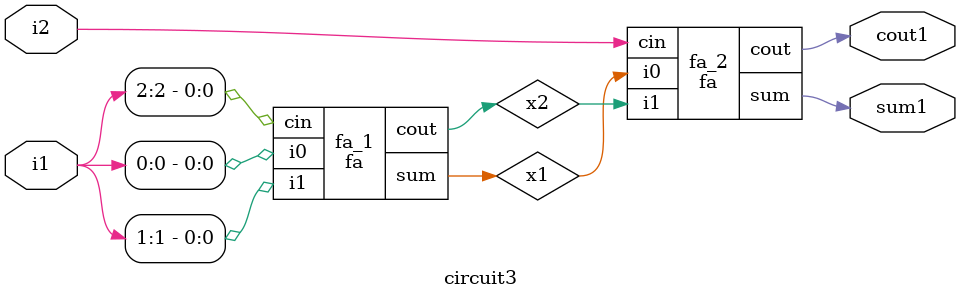
<source format=v>
module invert (input wire i, output wire o);
   assign o = !i;
endmodule

module and2 (input wire i0, i1, output wire o);
  assign o = i0 & i1;
endmodule

module or2 (input wire i0, i1, output wire o);
  assign o = i0 | i1;
endmodule

module xor2 (input wire i0, i1, output wire o);
  assign o = i0 ^ i1;
endmodule

module nand2 (input wire i0, i1, output wire o);
   wire t;
   and2 and2_0 (i0, i1, t);
   invert invert_0 (t, o);
endmodule

module nor2 (input wire i0, i1, output wire o);
   wire t;
   or2 or2_0 (i0, i1, t);
   invert invert_0 (t, o);
endmodule

module xnor2 (input wire i0, i1, output wire o);
   wire t;
   xor2 xor2_0 (i0, i1, t);
   invert invert_0 (t, o);
endmodule

module and3 (input wire i0, i1, i2, output wire o);
   wire t;
   and2 and2_0 (i0, i1, t);
   and2 and2_1 (i2, t, o);
endmodule

module or3 (input wire i0, i1, i2, output wire o);
   wire t;
   or2 or2_0 (i0, i1, t);
   or2 or2_1 (i2, t, o);
endmodule

module nor3 (input wire i0, i1, i2, output wire o);
   wire t;
   or2 or2_0 (i0, i1, t);
   nor2 nor2_0 (i2, t, o);
endmodule

module nand3 (input wire i0, i1, i2, output wire o);
   wire t;
   and2 and2_0 (i0, i1, t);
   nand2 nand2_1 (i2, t, o);
endmodule

module xor3 (input wire i0, i1, i2, output wire o);
   wire t;
   xor2 xor2_0 (i0, i1, t);
   xor2 xor2_1 (i2, t, o);
endmodule

module fa (input wire i0, i1, cin, output wire sum, cout);
   wire t0, t1, t2;
   xor3 _i0 (i0, i1, cin, sum);
   and2 _i1 (i0, i1, t0);
   and2 _i2 (i1, cin, t1);
   and2 _i3 (cin, i0, t2);
   or3 _i4 (t0, t1, t2, cout);
endmodule

module circuit3 (input wire [0:2] i1,input wire i2,output wire sum1,cout1);
wire x1,x2;
fa fa_1(i1[0],i1[1],i1[2],x1,x2);
fa fa_2(x1,x2,i2,sum1,cout1);
endmodule


</source>
